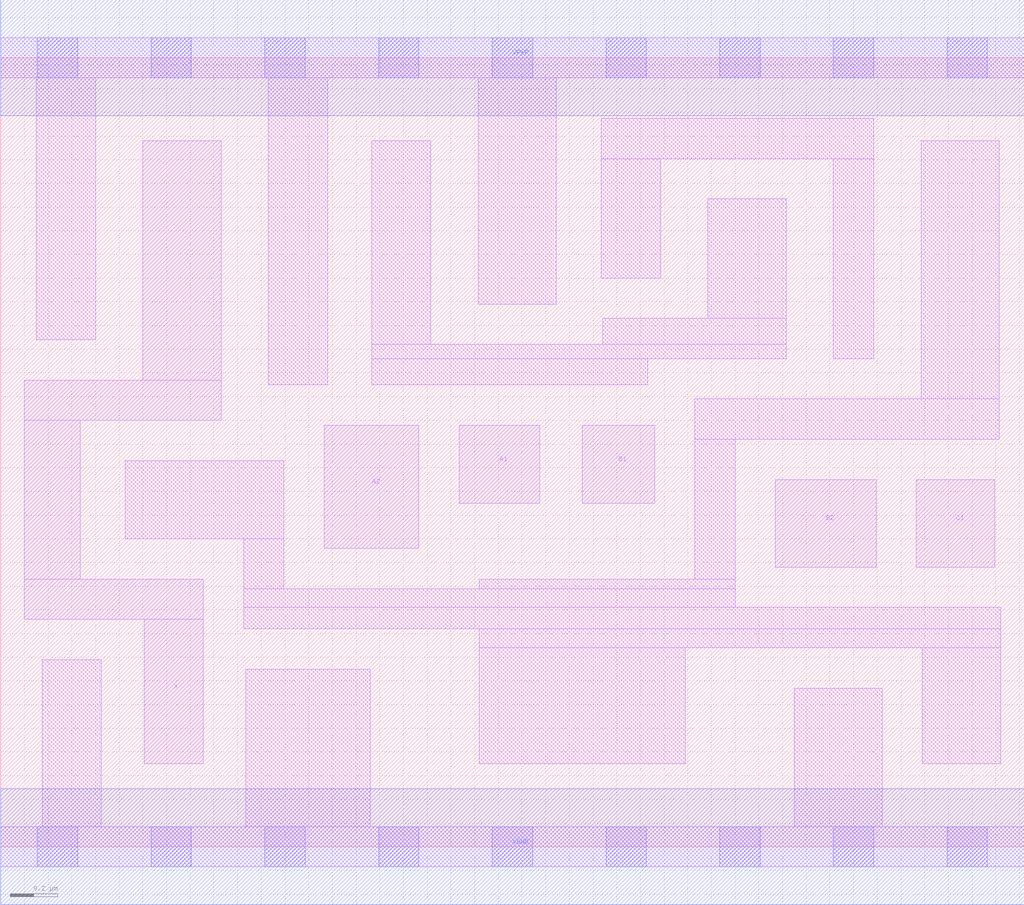
<source format=lef>
# Copyright 2020 The SkyWater PDK Authors
#
# Licensed under the Apache License, Version 2.0 (the "License");
# you may not use this file except in compliance with the License.
# You may obtain a copy of the License at
#
#     https://www.apache.org/licenses/LICENSE-2.0
#
# Unless required by applicable law or agreed to in writing, software
# distributed under the License is distributed on an "AS IS" BASIS,
# WITHOUT WARRANTIES OR CONDITIONS OF ANY KIND, either express or implied.
# See the License for the specific language governing permissions and
# limitations under the License.
#
# SPDX-License-Identifier: Apache-2.0

VERSION 5.7 ;
  NOWIREEXTENSIONATPIN ON ;
  DIVIDERCHAR "/" ;
  BUSBITCHARS "[]" ;
UNITS
  DATABASE MICRONS 200 ;
END UNITS
MACRO sky130_fd_sc_ms__a221o_2
  CLASS CORE ;
  FOREIGN sky130_fd_sc_ms__a221o_2 ;
  ORIGIN  0.000000  0.000000 ;
  SIZE  4.320000 BY  3.330000 ;
  SYMMETRY X Y ;
  SITE unit ;
  PIN A1
    ANTENNAGATEAREA  0.291000 ;
    DIRECTION INPUT ;
    USE SIGNAL ;
    PORT
      LAYER li1 ;
        RECT 1.935000 1.450000 2.275000 1.780000 ;
    END
  END A1
  PIN A2
    ANTENNAGATEAREA  0.291000 ;
    DIRECTION INPUT ;
    USE SIGNAL ;
    PORT
      LAYER li1 ;
        RECT 1.365000 1.260000 1.765000 1.780000 ;
    END
  END A2
  PIN B1
    ANTENNAGATEAREA  0.291000 ;
    DIRECTION INPUT ;
    USE SIGNAL ;
    PORT
      LAYER li1 ;
        RECT 2.455000 1.450000 2.760000 1.780000 ;
    END
  END B1
  PIN B2
    ANTENNAGATEAREA  0.291000 ;
    DIRECTION INPUT ;
    USE SIGNAL ;
    PORT
      LAYER li1 ;
        RECT 3.270000 1.180000 3.695000 1.550000 ;
    END
  END B2
  PIN C1
    ANTENNAGATEAREA  0.291000 ;
    DIRECTION INPUT ;
    USE SIGNAL ;
    PORT
      LAYER li1 ;
        RECT 3.865000 1.180000 4.195000 1.550000 ;
    END
  END C1
  PIN X
    ANTENNADIFFAREA  0.509600 ;
    DIRECTION OUTPUT ;
    USE SIGNAL ;
    PORT
      LAYER li1 ;
        RECT 0.100000 0.960000 0.855000 1.130000 ;
        RECT 0.100000 1.130000 0.335000 1.800000 ;
        RECT 0.100000 1.800000 0.930000 1.970000 ;
        RECT 0.600000 1.970000 0.930000 2.980000 ;
        RECT 0.605000 0.350000 0.855000 0.960000 ;
    END
  END X
  PIN VGND
    DIRECTION INOUT ;
    USE GROUND ;
    PORT
      LAYER met1 ;
        RECT 0.000000 -0.245000 4.320000 0.245000 ;
    END
  END VGND
  PIN VPWR
    DIRECTION INOUT ;
    USE POWER ;
    PORT
      LAYER met1 ;
        RECT 0.000000 3.085000 4.320000 3.575000 ;
    END
  END VPWR
  OBS
    LAYER li1 ;
      RECT 0.000000 -0.085000 4.320000 0.085000 ;
      RECT 0.000000  3.245000 4.320000 3.415000 ;
      RECT 0.150000  2.140000 0.400000 3.245000 ;
      RECT 0.175000  0.085000 0.425000 0.790000 ;
      RECT 0.525000  1.300000 1.195000 1.630000 ;
      RECT 1.025000  0.920000 4.220000 1.010000 ;
      RECT 1.025000  1.010000 3.100000 1.090000 ;
      RECT 1.025000  1.090000 1.195000 1.300000 ;
      RECT 1.035000  0.085000 1.560000 0.750000 ;
      RECT 1.130000  1.950000 1.380000 3.245000 ;
      RECT 1.565000  1.950000 2.730000 2.060000 ;
      RECT 1.565000  2.060000 3.315000 2.120000 ;
      RECT 1.565000  2.120000 1.815000 2.980000 ;
      RECT 2.015000  2.290000 2.345000 3.245000 ;
      RECT 2.020000  0.350000 2.890000 0.840000 ;
      RECT 2.020000  0.840000 4.220000 0.920000 ;
      RECT 2.020000  1.090000 3.100000 1.130000 ;
      RECT 2.535000  2.400000 2.785000 2.905000 ;
      RECT 2.535000  2.905000 3.685000 3.075000 ;
      RECT 2.540000  2.120000 3.315000 2.230000 ;
      RECT 2.930000  1.130000 3.100000 1.720000 ;
      RECT 2.930000  1.720000 4.215000 1.890000 ;
      RECT 2.985000  2.230000 3.315000 2.735000 ;
      RECT 3.350000  0.085000 3.720000 0.670000 ;
      RECT 3.515000  2.060000 3.685000 2.905000 ;
      RECT 3.885000  1.890000 4.215000 2.980000 ;
      RECT 3.890000  0.350000 4.220000 0.840000 ;
    LAYER mcon ;
      RECT 0.155000 -0.085000 0.325000 0.085000 ;
      RECT 0.155000  3.245000 0.325000 3.415000 ;
      RECT 0.635000 -0.085000 0.805000 0.085000 ;
      RECT 0.635000  3.245000 0.805000 3.415000 ;
      RECT 1.115000 -0.085000 1.285000 0.085000 ;
      RECT 1.115000  3.245000 1.285000 3.415000 ;
      RECT 1.595000 -0.085000 1.765000 0.085000 ;
      RECT 1.595000  3.245000 1.765000 3.415000 ;
      RECT 2.075000 -0.085000 2.245000 0.085000 ;
      RECT 2.075000  3.245000 2.245000 3.415000 ;
      RECT 2.555000 -0.085000 2.725000 0.085000 ;
      RECT 2.555000  3.245000 2.725000 3.415000 ;
      RECT 3.035000 -0.085000 3.205000 0.085000 ;
      RECT 3.035000  3.245000 3.205000 3.415000 ;
      RECT 3.515000 -0.085000 3.685000 0.085000 ;
      RECT 3.515000  3.245000 3.685000 3.415000 ;
      RECT 3.995000 -0.085000 4.165000 0.085000 ;
      RECT 3.995000  3.245000 4.165000 3.415000 ;
  END
END sky130_fd_sc_ms__a221o_2
END LIBRARY

</source>
